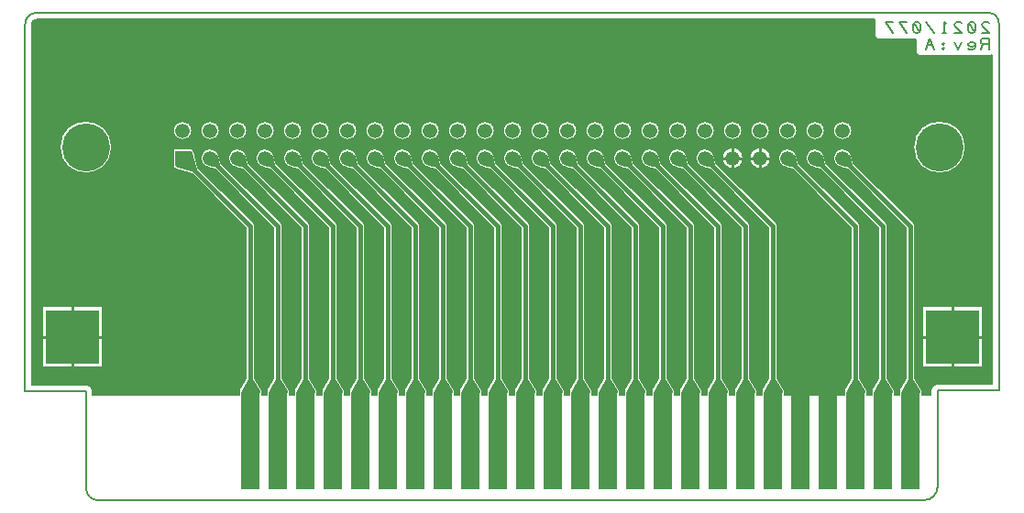
<source format=gbr>
G04 DesignSpark PCB PRO Gerber Version 10.0 Build 5299*
G04 #@! TF.Part,Single*
G04 #@! TF.FileFunction,Copper,L2,Bot*
G04 #@! TF.FilePolarity,Positive*
%FSLAX35Y35*%
%MOIN*%
G04 #@! TA.AperFunction,SMDPad,CuDef*
%ADD94R,0.06693X0.35433*%
G04 #@! TA.AperFunction,ComponentPad*
%ADD120R,0.05250X0.05250*%
G04 #@! TA.AperFunction,TestPad*
%ADD146R,0.19685X0.19685*%
G04 #@! TD.AperFunction*
%ADD23C,0.00500*%
%ADD87C,0.00602*%
%ADD86C,0.01000*%
%ADD89C,0.01500*%
G04 #@! TA.AperFunction,ViaPad*
%ADD92C,0.03200*%
G04 #@! TA.AperFunction,ComponentPad*
%ADD121C,0.05250*%
%ADD122C,0.17400*%
G04 #@! TD.AperFunction*
X0Y0D02*
D02*
D23*
X118998Y186751D02*
Y55610D01*
X138744D01*
G75*
G02*
X141213Y53142I0J-2469D01*
G01*
Y51894D01*
X194313D01*
Y53039D01*
G75*
G02*
Y53048I1867J5D01*
G01*
G75*
G02*
Y53057I1765J5D01*
G01*
G75*
G02*
Y53067I1867J5D01*
G01*
G75*
G02*
Y53076I1765J5D01*
G01*
Y53909D01*
X194557D01*
X196909Y57984D01*
Y112637D01*
X177252Y132294D01*
X171520Y133829D01*
G75*
G02*
X170578Y134524I415J1548D01*
G01*
X170333D01*
Y141480D01*
X177288D01*
Y141234D01*
G75*
G02*
X177983Y140292I-853J-1357D01*
G01*
X179519Y134559D01*
X199643Y114436D01*
G75*
G02*
X200114Y113301I-1131J-1135D01*
G01*
Y57984D01*
X202466Y53909D01*
X202710D01*
Y53076D01*
G75*
G02*
Y53067I-1789J-4D01*
G01*
G75*
G02*
Y53057I-1841J-5D01*
G01*
G75*
G02*
Y53048I-1789J-4D01*
G01*
G75*
G02*
Y53039I-1841J-5D01*
G01*
Y51894D01*
X204313D01*
Y53039D01*
G75*
G02*
Y53048I1867J5D01*
G01*
G75*
G02*
Y53057I1765J5D01*
G01*
G75*
G02*
Y53067I1867J5D01*
G01*
G75*
G02*
Y53076I1765J5D01*
G01*
Y53909D01*
X204557D01*
X206909Y57984D01*
Y112637D01*
X185632Y133914D01*
X182968Y134628D01*
G75*
G02*
X183810Y141480I843J3374D01*
G01*
G75*
G02*
X187184Y138844I0J-3478D01*
G01*
X187898Y136180D01*
X209643Y114436D01*
G75*
G02*
X210114Y113301I-1131J-1135D01*
G01*
Y57984D01*
X212466Y53909D01*
X212710D01*
Y53076D01*
G75*
G02*
Y53067I-1789J-4D01*
G01*
G75*
G02*
Y53057I-1841J-5D01*
G01*
G75*
G02*
Y53048I-1789J-4D01*
G01*
G75*
G02*
Y53039I-1841J-5D01*
G01*
Y51894D01*
X214313D01*
Y53039D01*
G75*
G02*
Y53048I1867J5D01*
G01*
G75*
G02*
Y53057I1765J5D01*
G01*
G75*
G02*
Y53067I1867J5D01*
G01*
G75*
G02*
Y53076I1765J5D01*
G01*
Y53909D01*
X214557D01*
X216909Y57984D01*
Y112637D01*
X195632Y133914D01*
X192968Y134628D01*
G75*
G02*
X193810Y141480I843J3374D01*
G01*
G75*
G02*
X197184Y138844I0J-3478D01*
G01*
X197898Y136180D01*
X219643Y114436D01*
G75*
G02*
X220114Y113301I-1131J-1135D01*
G01*
Y57984D01*
X222466Y53909D01*
X222710D01*
Y53076D01*
G75*
G02*
Y53067I-1789J-4D01*
G01*
G75*
G02*
Y53057I-1841J-5D01*
G01*
G75*
G02*
Y53048I-1789J-4D01*
G01*
G75*
G02*
Y53039I-1841J-5D01*
G01*
Y51894D01*
X224313D01*
Y53039D01*
G75*
G02*
Y53048I1867J5D01*
G01*
G75*
G02*
Y53057I1765J5D01*
G01*
G75*
G02*
Y53067I1867J5D01*
G01*
G75*
G02*
Y53076I1765J5D01*
G01*
Y53909D01*
X224557D01*
X226909Y57984D01*
Y112637D01*
X205632Y133914D01*
X202968Y134628D01*
G75*
G02*
X203810Y141480I843J3374D01*
G01*
G75*
G02*
X207184Y138844I0J-3478D01*
G01*
X207898Y136180D01*
X229643Y114436D01*
G75*
G02*
X230114Y113301I-1131J-1135D01*
G01*
Y57984D01*
X232466Y53909D01*
X232710D01*
Y53076D01*
G75*
G02*
Y53067I-1789J-4D01*
G01*
G75*
G02*
Y53057I-1841J-5D01*
G01*
G75*
G02*
Y53048I-1789J-4D01*
G01*
G75*
G02*
Y53039I-1841J-5D01*
G01*
Y51894D01*
X234313D01*
Y53039D01*
G75*
G02*
Y53048I1867J5D01*
G01*
G75*
G02*
Y53057I1765J5D01*
G01*
G75*
G02*
Y53067I1867J5D01*
G01*
G75*
G02*
Y53076I1765J5D01*
G01*
Y53909D01*
X234557D01*
X236909Y57984D01*
Y112637D01*
X215632Y133914D01*
X212968Y134628D01*
G75*
G02*
X213810Y141480I843J3374D01*
G01*
G75*
G02*
X217184Y138844I0J-3478D01*
G01*
X217898Y136180D01*
X239643Y114436D01*
G75*
G02*
X240114Y113301I-1131J-1135D01*
G01*
Y57984D01*
X242466Y53909D01*
X242710D01*
Y53076D01*
G75*
G02*
Y53067I-1789J-4D01*
G01*
G75*
G02*
Y53057I-1841J-5D01*
G01*
G75*
G02*
Y53048I-1789J-4D01*
G01*
G75*
G02*
Y53039I-1841J-5D01*
G01*
Y51894D01*
X244313D01*
Y53039D01*
G75*
G02*
Y53048I1867J5D01*
G01*
G75*
G02*
Y53057I1765J5D01*
G01*
G75*
G02*
Y53067I1867J5D01*
G01*
G75*
G02*
Y53076I1765J5D01*
G01*
Y53909D01*
X244557D01*
X246909Y57984D01*
Y112637D01*
X225632Y133914D01*
X222968Y134628D01*
G75*
G02*
X223810Y141480I843J3374D01*
G01*
G75*
G02*
X227184Y138844I0J-3478D01*
G01*
X227898Y136180D01*
X249643Y114436D01*
G75*
G02*
X250114Y113301I-1131J-1135D01*
G01*
Y57984D01*
X252466Y53909D01*
X252710D01*
Y53076D01*
G75*
G02*
Y53067I-1789J-4D01*
G01*
G75*
G02*
Y53057I-1841J-5D01*
G01*
G75*
G02*
Y53048I-1789J-4D01*
G01*
G75*
G02*
Y53039I-1841J-5D01*
G01*
Y51894D01*
X254313D01*
Y53039D01*
G75*
G02*
Y53048I1867J5D01*
G01*
G75*
G02*
Y53057I1765J5D01*
G01*
G75*
G02*
Y53067I1867J5D01*
G01*
G75*
G02*
Y53076I1765J5D01*
G01*
Y53909D01*
X254557D01*
X256909Y57984D01*
Y112637D01*
X235632Y133914D01*
X232968Y134628D01*
G75*
G02*
X233810Y141480I843J3374D01*
G01*
G75*
G02*
X237184Y138844I0J-3478D01*
G01*
X237898Y136180D01*
X259643Y114436D01*
G75*
G02*
X260114Y113301I-1131J-1135D01*
G01*
Y57984D01*
X262466Y53909D01*
X262710D01*
Y53076D01*
G75*
G02*
Y53067I-1789J-4D01*
G01*
G75*
G02*
Y53057I-1841J-5D01*
G01*
G75*
G02*
Y53048I-1789J-4D01*
G01*
G75*
G02*
Y53039I-1841J-5D01*
G01*
Y51894D01*
X264313D01*
Y53039D01*
G75*
G02*
Y53048I1867J5D01*
G01*
G75*
G02*
Y53057I1765J5D01*
G01*
G75*
G02*
Y53067I1867J5D01*
G01*
G75*
G02*
Y53076I1765J5D01*
G01*
Y53909D01*
X264557D01*
X266909Y57984D01*
Y112637D01*
X245632Y133914D01*
X242968Y134628D01*
G75*
G02*
X243810Y141480I843J3374D01*
G01*
G75*
G02*
X247184Y138844I0J-3478D01*
G01*
X247898Y136180D01*
X269643Y114436D01*
G75*
G02*
X270114Y113301I-1131J-1135D01*
G01*
Y57984D01*
X272466Y53909D01*
X272710D01*
Y53076D01*
G75*
G02*
Y53067I-1789J-4D01*
G01*
G75*
G02*
Y53057I-1841J-5D01*
G01*
G75*
G02*
Y53048I-1789J-4D01*
G01*
G75*
G02*
Y53039I-1841J-5D01*
G01*
Y51894D01*
X274313D01*
Y53039D01*
G75*
G02*
Y53048I1867J5D01*
G01*
G75*
G02*
Y53057I1765J5D01*
G01*
G75*
G02*
Y53067I1867J5D01*
G01*
G75*
G02*
Y53076I1765J5D01*
G01*
Y53909D01*
X274557D01*
X276909Y57984D01*
Y112637D01*
X255632Y133914D01*
X252968Y134628D01*
G75*
G02*
X253810Y141480I843J3374D01*
G01*
G75*
G02*
X257184Y138844I0J-3478D01*
G01*
X257898Y136180D01*
X279643Y114436D01*
G75*
G02*
X280114Y113301I-1131J-1135D01*
G01*
Y57984D01*
X282466Y53909D01*
X282710D01*
Y53076D01*
G75*
G02*
Y53067I-1789J-4D01*
G01*
G75*
G02*
Y53057I-1841J-5D01*
G01*
G75*
G02*
Y53048I-1789J-4D01*
G01*
G75*
G02*
Y53039I-1841J-5D01*
G01*
Y51894D01*
X284313D01*
Y53039D01*
G75*
G02*
Y53048I1867J5D01*
G01*
G75*
G02*
Y53057I1765J5D01*
G01*
G75*
G02*
Y53067I1867J5D01*
G01*
G75*
G02*
Y53076I1765J5D01*
G01*
Y53909D01*
X284557D01*
X286909Y57984D01*
Y112637D01*
X265632Y133914D01*
X262968Y134628D01*
G75*
G02*
X263810Y141480I843J3374D01*
G01*
G75*
G02*
X267184Y138844I0J-3478D01*
G01*
X267898Y136180D01*
X289643Y114436D01*
G75*
G02*
X290114Y113301I-1131J-1135D01*
G01*
Y57984D01*
X292466Y53909D01*
X292710D01*
Y53076D01*
G75*
G02*
Y53067I-1789J-4D01*
G01*
G75*
G02*
Y53057I-1841J-5D01*
G01*
G75*
G02*
Y53048I-1789J-4D01*
G01*
G75*
G02*
Y53039I-1841J-5D01*
G01*
Y51894D01*
X294313D01*
Y53039D01*
G75*
G02*
Y53048I1867J5D01*
G01*
G75*
G02*
Y53057I1765J5D01*
G01*
G75*
G02*
Y53067I1867J5D01*
G01*
G75*
G02*
Y53076I1765J5D01*
G01*
Y53909D01*
X294557D01*
X296909Y57984D01*
Y112637D01*
X275632Y133914D01*
X272968Y134628D01*
G75*
G02*
X273810Y141480I843J3374D01*
G01*
G75*
G02*
X277184Y138844I0J-3478D01*
G01*
X277898Y136180D01*
X299643Y114436D01*
G75*
G02*
X300114Y113301I-1131J-1135D01*
G01*
Y57984D01*
X302466Y53909D01*
X302710D01*
Y53076D01*
G75*
G02*
Y53067I-1789J-4D01*
G01*
G75*
G02*
Y53057I-1841J-5D01*
G01*
G75*
G02*
Y53048I-1789J-4D01*
G01*
G75*
G02*
Y53039I-1841J-5D01*
G01*
Y51894D01*
X304313D01*
Y53039D01*
G75*
G02*
Y53048I1867J5D01*
G01*
G75*
G02*
Y53057I1765J5D01*
G01*
G75*
G02*
Y53067I1867J5D01*
G01*
G75*
G02*
Y53076I1765J5D01*
G01*
Y53909D01*
X304557D01*
X306909Y57984D01*
Y112637D01*
X285632Y133914D01*
X282968Y134628D01*
G75*
G02*
X283810Y141480I843J3374D01*
G01*
G75*
G02*
X287184Y138844I0J-3478D01*
G01*
X287898Y136180D01*
X309643Y114436D01*
G75*
G02*
X310114Y113301I-1131J-1135D01*
G01*
Y57984D01*
X312466Y53909D01*
X312710D01*
Y53076D01*
G75*
G02*
Y53067I-1789J-4D01*
G01*
G75*
G02*
Y53057I-1841J-5D01*
G01*
G75*
G02*
Y53048I-1789J-4D01*
G01*
G75*
G02*
Y53039I-1841J-5D01*
G01*
Y51894D01*
X314313D01*
Y53039D01*
G75*
G02*
Y53048I1867J5D01*
G01*
G75*
G02*
Y53057I1765J5D01*
G01*
G75*
G02*
Y53067I1867J5D01*
G01*
G75*
G02*
Y53076I1765J5D01*
G01*
Y53909D01*
X314557D01*
X316909Y57984D01*
Y112637D01*
X295632Y133914D01*
X292968Y134628D01*
G75*
G02*
X293810Y141480I843J3374D01*
G01*
G75*
G02*
X297184Y138844I0J-3478D01*
G01*
X297898Y136180D01*
X319643Y114436D01*
G75*
G02*
X320114Y113301I-1131J-1135D01*
G01*
Y57984D01*
X322466Y53909D01*
X322710D01*
Y53076D01*
G75*
G02*
Y53067I-1789J-4D01*
G01*
G75*
G02*
Y53057I-1841J-5D01*
G01*
G75*
G02*
Y53048I-1789J-4D01*
G01*
G75*
G02*
Y53039I-1841J-5D01*
G01*
Y51894D01*
X324313D01*
Y53039D01*
G75*
G02*
Y53048I1867J5D01*
G01*
G75*
G02*
Y53057I1765J5D01*
G01*
G75*
G02*
Y53067I1867J5D01*
G01*
G75*
G02*
Y53076I1765J5D01*
G01*
Y53909D01*
X324557D01*
X326909Y57984D01*
Y112637D01*
X305632Y133914D01*
X302968Y134628D01*
G75*
G02*
X303810Y141480I843J3374D01*
G01*
G75*
G02*
X307184Y138844I0J-3478D01*
G01*
X307898Y136180D01*
X329643Y114436D01*
G75*
G02*
X330114Y113301I-1131J-1135D01*
G01*
Y57984D01*
X332466Y53909D01*
X332710D01*
Y53076D01*
G75*
G02*
Y53067I-1789J-4D01*
G01*
G75*
G02*
Y53057I-1841J-5D01*
G01*
G75*
G02*
Y53048I-1789J-4D01*
G01*
G75*
G02*
Y53039I-1841J-5D01*
G01*
Y51894D01*
X334313D01*
Y53039D01*
G75*
G02*
Y53048I1867J5D01*
G01*
G75*
G02*
Y53057I1765J5D01*
G01*
G75*
G02*
Y53067I1867J5D01*
G01*
G75*
G02*
Y53076I1765J5D01*
G01*
Y53909D01*
X334557D01*
X336909Y57984D01*
Y112637D01*
X315632Y133914D01*
X312968Y134628D01*
G75*
G02*
X313810Y141480I843J3374D01*
G01*
G75*
G02*
X317184Y138844I0J-3478D01*
G01*
X317898Y136180D01*
X339643Y114436D01*
G75*
G02*
X340114Y113301I-1131J-1135D01*
G01*
Y57984D01*
X342466Y53909D01*
X342710D01*
Y53076D01*
G75*
G02*
Y53067I-1789J-4D01*
G01*
G75*
G02*
Y53057I-1841J-5D01*
G01*
G75*
G02*
Y53048I-1789J-4D01*
G01*
G75*
G02*
Y53039I-1841J-5D01*
G01*
Y51894D01*
X344313D01*
Y53039D01*
G75*
G02*
Y53048I1867J5D01*
G01*
G75*
G02*
Y53057I1765J5D01*
G01*
G75*
G02*
Y53067I1867J5D01*
G01*
G75*
G02*
Y53076I1765J5D01*
G01*
Y53909D01*
X344557D01*
X346909Y57984D01*
Y112637D01*
X325632Y133914D01*
X322968Y134628D01*
G75*
G02*
X323810Y141480I843J3374D01*
G01*
G75*
G02*
X327184Y138844I0J-3478D01*
G01*
X327898Y136180D01*
X349643Y114436D01*
G75*
G02*
X350114Y113301I-1131J-1135D01*
G01*
Y57984D01*
X352466Y53909D01*
X352710D01*
Y53076D01*
G75*
G02*
Y53067I-1789J-4D01*
G01*
G75*
G02*
Y53057I-1841J-5D01*
G01*
G75*
G02*
Y53048I-1789J-4D01*
G01*
G75*
G02*
Y53039I-1841J-5D01*
G01*
Y51894D01*
X354313D01*
Y53039D01*
G75*
G02*
Y53048I1867J5D01*
G01*
G75*
G02*
Y53057I1765J5D01*
G01*
G75*
G02*
Y53067I1867J5D01*
G01*
G75*
G02*
Y53076I1765J5D01*
G01*
Y53909D01*
X354557D01*
X356909Y57984D01*
Y112637D01*
X335632Y133914D01*
X332968Y134628D01*
G75*
G02*
X333810Y141480I843J3374D01*
G01*
G75*
G02*
X337184Y138844I0J-3478D01*
G01*
X337898Y136180D01*
X359643Y114436D01*
G75*
G02*
X360114Y113301I-1131J-1135D01*
G01*
Y57984D01*
X362466Y53909D01*
X362710D01*
Y53076D01*
G75*
G02*
Y53067I-1789J-4D01*
G01*
G75*
G02*
Y53057I-1841J-5D01*
G01*
G75*
G02*
Y53048I-1789J-4D01*
G01*
G75*
G02*
Y53039I-1841J-5D01*
G01*
Y51894D01*
X364313D01*
Y53039D01*
G75*
G02*
Y53048I1867J5D01*
G01*
G75*
G02*
Y53057I1765J5D01*
G01*
G75*
G02*
Y53067I1867J5D01*
G01*
G75*
G02*
Y53076I1765J5D01*
G01*
Y53909D01*
X364557D01*
X366909Y57984D01*
Y112637D01*
X345632Y133914D01*
X342968Y134628D01*
G75*
G02*
X343810Y141480I843J3374D01*
G01*
G75*
G02*
X347184Y138844I0J-3478D01*
G01*
X347898Y136180D01*
X369643Y114436D01*
G75*
G02*
X370114Y113301I-1131J-1135D01*
G01*
Y57984D01*
X372466Y53909D01*
X372710D01*
Y53076D01*
G75*
G02*
Y53067I-1789J-4D01*
G01*
G75*
G02*
Y53057I-1841J-5D01*
G01*
G75*
G02*
Y53048I-1789J-4D01*
G01*
G75*
G02*
Y53039I-1841J-5D01*
G01*
Y51894D01*
X374313D01*
Y53039D01*
G75*
G02*
Y53048I1867J5D01*
G01*
G75*
G02*
Y53057I1765J5D01*
G01*
G75*
G02*
Y53067I1867J5D01*
G01*
G75*
G02*
Y53076I1765J5D01*
G01*
Y53909D01*
X374557D01*
X376909Y57984D01*
Y112637D01*
X355632Y133914D01*
X352968Y134628D01*
G75*
G02*
X353810Y141480I843J3374D01*
G01*
G75*
G02*
X357184Y138844I0J-3478D01*
G01*
X357898Y136180D01*
X379643Y114436D01*
G75*
G02*
X380114Y113301I-1131J-1135D01*
G01*
Y57984D01*
X382466Y53909D01*
X382710D01*
Y53076D01*
G75*
G02*
Y53067I-1789J-4D01*
G01*
G75*
G02*
Y53057I-1841J-5D01*
G01*
G75*
G02*
Y53048I-1789J-4D01*
G01*
G75*
G02*
Y53039I-1841J-5D01*
G01*
Y51894D01*
X384313D01*
Y53039D01*
G75*
G02*
Y53048I1867J5D01*
G01*
G75*
G02*
Y53057I1765J5D01*
G01*
G75*
G02*
Y53067I1867J5D01*
G01*
G75*
G02*
Y53076I1765J5D01*
G01*
Y53909D01*
X384557D01*
X386909Y57984D01*
Y112637D01*
X365632Y133914D01*
X362968Y134628D01*
G75*
G02*
X363810Y141480I843J3374D01*
G01*
G75*
G02*
X367184Y138844I0J-3478D01*
G01*
X367898Y136180D01*
X389643Y114436D01*
G75*
G02*
X390114Y113301I-1131J-1135D01*
G01*
Y57984D01*
X392466Y53909D01*
X392710D01*
Y53076D01*
G75*
G02*
Y53067I-1789J-4D01*
G01*
G75*
G02*
Y53057I-1841J-5D01*
G01*
G75*
G02*
Y53048I-1789J-4D01*
G01*
G75*
G02*
Y53039I-1841J-5D01*
G01*
Y51894D01*
X414313D01*
Y53039D01*
G75*
G02*
Y53048I1867J5D01*
G01*
G75*
G02*
Y53057I1765J5D01*
G01*
G75*
G02*
Y53067I1867J5D01*
G01*
G75*
G02*
Y53076I1765J5D01*
G01*
Y53909D01*
X414557D01*
X416909Y57984D01*
Y112637D01*
X395632Y133914D01*
X392968Y134628D01*
G75*
G02*
X393810Y141480I843J3374D01*
G01*
G75*
G02*
X397184Y138844I0J-3478D01*
G01*
X397898Y136180D01*
X419643Y114436D01*
G75*
G02*
X420114Y113301I-1131J-1135D01*
G01*
Y57984D01*
X422466Y53909D01*
X422710D01*
Y53076D01*
G75*
G02*
Y53067I-1789J-4D01*
G01*
G75*
G02*
Y53057I-1841J-5D01*
G01*
G75*
G02*
Y53048I-1789J-4D01*
G01*
G75*
G02*
Y53039I-1841J-5D01*
G01*
Y51894D01*
X424313D01*
Y53039D01*
G75*
G02*
Y53048I1867J5D01*
G01*
G75*
G02*
Y53057I1765J5D01*
G01*
G75*
G02*
Y53067I1867J5D01*
G01*
G75*
G02*
Y53076I1765J5D01*
G01*
Y53909D01*
X424557D01*
X426909Y57984D01*
Y112637D01*
X405632Y133914D01*
X402968Y134628D01*
G75*
G02*
X403810Y141480I843J3374D01*
G01*
G75*
G02*
X407184Y138844I0J-3478D01*
G01*
X407898Y136180D01*
X429643Y114436D01*
G75*
G02*
X430114Y113301I-1131J-1135D01*
G01*
Y57984D01*
X432466Y53909D01*
X432710D01*
Y53076D01*
G75*
G02*
Y53067I-1789J-4D01*
G01*
G75*
G02*
Y53057I-1841J-5D01*
G01*
G75*
G02*
Y53048I-1789J-4D01*
G01*
G75*
G02*
Y53039I-1841J-5D01*
G01*
Y51894D01*
X434313D01*
Y53039D01*
G75*
G02*
Y53048I1867J5D01*
G01*
G75*
G02*
Y53057I1765J5D01*
G01*
G75*
G02*
Y53067I1867J5D01*
G01*
G75*
G02*
Y53076I1765J5D01*
G01*
Y53909D01*
X434557D01*
X436909Y57984D01*
Y112637D01*
X415632Y133914D01*
X412968Y134628D01*
G75*
G02*
X413810Y141480I843J3374D01*
G01*
G75*
G02*
X417184Y138844I0J-3478D01*
G01*
X417898Y136180D01*
X439643Y114436D01*
G75*
G02*
X440114Y113301I-1131J-1135D01*
G01*
Y57984D01*
X442466Y53909D01*
X442710D01*
Y53076D01*
G75*
G02*
Y53067I-1789J-4D01*
G01*
G75*
G02*
Y53057I-1841J-5D01*
G01*
G75*
G02*
Y53048I-1789J-4D01*
G01*
G75*
G02*
Y53039I-1841J-5D01*
G01*
Y51894D01*
X445787D01*
Y53391D01*
G75*
G02*
X448256Y55860I2469J0D01*
G01*
X468127D01*
Y175433D01*
G75*
G02*
X467339Y175153I-788J970D01*
G01*
X441737D01*
G75*
G02*
X440487Y176403I0J1250D01*
G01*
Y181153D01*
X426737D01*
G75*
G02*
X425487Y182403I0J1250D01*
G01*
Y188348D01*
X120594D01*
G75*
G03*
X118998Y186751I0J-1596D01*
G01*
X439458Y142002D02*
G75*
G02*
X458563I9552J0D01*
G01*
G75*
G02*
X439458I-9552J0D01*
G01*
X442596Y84094D02*
X464781D01*
Y61909D01*
X442596D01*
Y84094D01*
X122596D02*
X144781D01*
Y61909D01*
X122596D01*
Y84094D01*
X129058Y142002D02*
G75*
G02*
X148163I9552J0D01*
G01*
G75*
G02*
X129058I-9552J0D01*
G01*
X170333Y148002D02*
G75*
G02*
X177288I3478J0D01*
G01*
G75*
G02*
X170333I-3478J0D01*
G01*
X180333D02*
G75*
G02*
X187288I3478J0D01*
G01*
G75*
G02*
X180333I-3478J0D01*
G01*
X190333D02*
G75*
G02*
X197288I3478J0D01*
G01*
G75*
G02*
X190333I-3478J0D01*
G01*
X200333D02*
G75*
G02*
X207288I3478J0D01*
G01*
G75*
G02*
X200333I-3478J0D01*
G01*
X210333D02*
G75*
G02*
X217288I3478J0D01*
G01*
G75*
G02*
X210333I-3478J0D01*
G01*
X220333D02*
G75*
G02*
X227288I3478J0D01*
G01*
G75*
G02*
X220333I-3478J0D01*
G01*
X230333D02*
G75*
G02*
X237288I3478J0D01*
G01*
G75*
G02*
X230333I-3478J0D01*
G01*
X240333D02*
G75*
G02*
X247288I3478J0D01*
G01*
G75*
G02*
X240333I-3478J0D01*
G01*
X250333D02*
G75*
G02*
X257288I3478J0D01*
G01*
G75*
G02*
X250333I-3478J0D01*
G01*
X260333D02*
G75*
G02*
X267288I3478J0D01*
G01*
G75*
G02*
X260333I-3478J0D01*
G01*
X270333D02*
G75*
G02*
X277288I3478J0D01*
G01*
G75*
G02*
X270333I-3478J0D01*
G01*
X280333D02*
G75*
G02*
X287288I3478J0D01*
G01*
G75*
G02*
X280333I-3478J0D01*
G01*
X290333D02*
G75*
G02*
X297288I3478J0D01*
G01*
G75*
G02*
X290333I-3478J0D01*
G01*
X300333D02*
G75*
G02*
X307288I3478J0D01*
G01*
G75*
G02*
X300333I-3478J0D01*
G01*
X310333D02*
G75*
G02*
X317288I3478J0D01*
G01*
G75*
G02*
X310333I-3478J0D01*
G01*
X320333D02*
G75*
G02*
X327288I3478J0D01*
G01*
G75*
G02*
X320333I-3478J0D01*
G01*
X330333D02*
G75*
G02*
X337288I3478J0D01*
G01*
G75*
G02*
X330333I-3478J0D01*
G01*
X340333D02*
G75*
G02*
X347288I3478J0D01*
G01*
G75*
G02*
X340333I-3478J0D01*
G01*
X350333D02*
G75*
G02*
X357288I3478J0D01*
G01*
G75*
G02*
X350333I-3478J0D01*
G01*
X360333D02*
G75*
G02*
X367288I3478J0D01*
G01*
G75*
G02*
X360333I-3478J0D01*
G01*
X369935Y138002D02*
G75*
G02*
X377685I3875J0D01*
G01*
G75*
G02*
X369935I-3875J0D01*
G01*
X370333Y148002D02*
G75*
G02*
X377288I3478J0D01*
G01*
G75*
G02*
X370333I-3478J0D01*
G01*
X379935Y138002D02*
G75*
G02*
X387685I3875J0D01*
G01*
G75*
G02*
X379935I-3875J0D01*
G01*
X380333Y148002D02*
G75*
G02*
X387288I3478J0D01*
G01*
G75*
G02*
X380333I-3478J0D01*
G01*
X390333D02*
G75*
G02*
X397288I3478J0D01*
G01*
G75*
G02*
X390333I-3478J0D01*
G01*
X400333D02*
G75*
G02*
X407288I3478J0D01*
G01*
G75*
G02*
X400333I-3478J0D01*
G01*
X410333D02*
G75*
G02*
X417288I3478J0D01*
G01*
G75*
G02*
X410333I-3478J0D01*
G01*
X119248Y73002D02*
G36*
X119248Y73002D02*
Y55610D01*
X138744D01*
G75*
G02*
X141213Y53143I0J-2468D01*
G01*
G75*
G02*
Y53142I-3470J0D01*
G01*
Y52144D01*
X194313D01*
Y53039D01*
Y53048D01*
Y53057D01*
Y53067D01*
Y53076D01*
Y53909D01*
X194557D01*
X196909Y57984D01*
Y73002D01*
X144781D01*
Y61909D01*
X122596D01*
Y73002D01*
X119248D01*
G37*
X200114D02*
G36*
X200114Y73002D02*
Y57984D01*
X202466Y53909D01*
X202710D01*
Y53076D01*
Y53067D01*
Y53057D01*
Y53048D01*
Y53039D01*
Y52144D01*
X204313D01*
Y53039D01*
Y53048D01*
Y53057D01*
Y53067D01*
Y53076D01*
Y53909D01*
X204557D01*
X206909Y57984D01*
Y73002D01*
X200114D01*
G37*
X210114D02*
G36*
X210114Y73002D02*
Y57984D01*
X212466Y53909D01*
X212710D01*
Y53076D01*
Y53067D01*
Y53057D01*
Y53048D01*
Y53039D01*
Y52144D01*
X214313D01*
Y53039D01*
Y53048D01*
Y53057D01*
Y53067D01*
Y53076D01*
Y53909D01*
X214557D01*
X216909Y57984D01*
Y73002D01*
X210114D01*
G37*
X220114D02*
G36*
X220114Y73002D02*
Y57984D01*
X222466Y53909D01*
X222710D01*
Y53076D01*
Y53067D01*
Y53057D01*
Y53048D01*
Y53039D01*
Y52144D01*
X224313D01*
Y53039D01*
Y53048D01*
Y53057D01*
Y53067D01*
Y53076D01*
Y53909D01*
X224557D01*
X226909Y57984D01*
Y73002D01*
X220114D01*
G37*
X230114D02*
G36*
X230114Y73002D02*
Y57984D01*
X232466Y53909D01*
X232710D01*
Y53076D01*
Y53067D01*
Y53057D01*
Y53048D01*
Y53039D01*
Y52144D01*
X234313D01*
Y53039D01*
Y53048D01*
Y53057D01*
Y53067D01*
Y53076D01*
Y53909D01*
X234557D01*
X236909Y57984D01*
Y73002D01*
X230114D01*
G37*
X240114D02*
G36*
X240114Y73002D02*
Y57984D01*
X242466Y53909D01*
X242710D01*
Y53076D01*
Y53067D01*
Y53057D01*
Y53048D01*
Y53039D01*
Y52144D01*
X244313D01*
Y53039D01*
Y53048D01*
Y53057D01*
Y53067D01*
Y53076D01*
Y53909D01*
X244557D01*
X246909Y57984D01*
Y73002D01*
X240114D01*
G37*
X250114D02*
G36*
X250114Y73002D02*
Y57984D01*
X252466Y53909D01*
X252710D01*
Y53076D01*
Y53067D01*
Y53057D01*
Y53048D01*
Y53039D01*
Y52144D01*
X254313D01*
Y53039D01*
Y53048D01*
Y53057D01*
Y53067D01*
Y53076D01*
Y53909D01*
X254557D01*
X256909Y57984D01*
Y73002D01*
X250114D01*
G37*
X260114D02*
G36*
X260114Y73002D02*
Y57984D01*
X262466Y53909D01*
X262710D01*
Y53076D01*
Y53067D01*
Y53057D01*
Y53048D01*
Y53039D01*
Y52144D01*
X264313D01*
Y53039D01*
Y53048D01*
Y53057D01*
Y53067D01*
Y53076D01*
Y53909D01*
X264557D01*
X266909Y57984D01*
Y73002D01*
X260114D01*
G37*
X270114D02*
G36*
X270114Y73002D02*
Y57984D01*
X272466Y53909D01*
X272710D01*
Y53076D01*
Y53067D01*
Y53057D01*
Y53048D01*
Y53039D01*
Y52144D01*
X274313D01*
Y53039D01*
Y53048D01*
Y53057D01*
Y53067D01*
Y53076D01*
Y53909D01*
X274557D01*
X276909Y57984D01*
Y73002D01*
X270114D01*
G37*
X280114D02*
G36*
X280114Y73002D02*
Y57984D01*
X282466Y53909D01*
X282710D01*
Y53076D01*
Y53067D01*
Y53057D01*
Y53048D01*
Y53039D01*
Y52144D01*
X284313D01*
Y53039D01*
Y53048D01*
Y53057D01*
Y53067D01*
Y53076D01*
Y53909D01*
X284557D01*
X286909Y57984D01*
Y73002D01*
X280114D01*
G37*
X290114D02*
G36*
X290114Y73002D02*
Y57984D01*
X292466Y53909D01*
X292710D01*
Y53076D01*
Y53067D01*
Y53057D01*
Y53048D01*
Y53039D01*
Y52144D01*
X294313D01*
Y53039D01*
Y53048D01*
Y53057D01*
Y53067D01*
Y53076D01*
Y53909D01*
X294557D01*
X296909Y57984D01*
Y73002D01*
X290114D01*
G37*
X300114D02*
G36*
X300114Y73002D02*
Y57984D01*
X302466Y53909D01*
X302710D01*
Y53076D01*
Y53067D01*
Y53057D01*
Y53048D01*
Y53039D01*
Y52144D01*
X304313D01*
Y53039D01*
Y53048D01*
Y53057D01*
Y53067D01*
Y53076D01*
Y53909D01*
X304557D01*
X306909Y57984D01*
Y73002D01*
X300114D01*
G37*
X310114D02*
G36*
X310114Y73002D02*
Y57984D01*
X312466Y53909D01*
X312710D01*
Y53076D01*
Y53067D01*
Y53057D01*
Y53048D01*
Y53039D01*
Y52144D01*
X314313D01*
Y53039D01*
Y53048D01*
Y53057D01*
Y53067D01*
Y53076D01*
Y53909D01*
X314557D01*
X316909Y57984D01*
Y73002D01*
X310114D01*
G37*
X320114D02*
G36*
X320114Y73002D02*
Y57984D01*
X322466Y53909D01*
X322710D01*
Y53076D01*
Y53067D01*
Y53057D01*
Y53048D01*
Y53039D01*
Y52144D01*
X324313D01*
Y53039D01*
Y53048D01*
Y53057D01*
Y53067D01*
Y53076D01*
Y53909D01*
X324557D01*
X326909Y57984D01*
Y73002D01*
X320114D01*
G37*
X330114D02*
G36*
X330114Y73002D02*
Y57984D01*
X332466Y53909D01*
X332710D01*
Y53076D01*
Y53067D01*
Y53057D01*
Y53048D01*
Y53039D01*
Y52144D01*
X334313D01*
Y53039D01*
Y53048D01*
Y53057D01*
Y53067D01*
Y53076D01*
Y53909D01*
X334557D01*
X336909Y57984D01*
Y73002D01*
X330114D01*
G37*
X340114D02*
G36*
X340114Y73002D02*
Y57984D01*
X342466Y53909D01*
X342710D01*
Y53076D01*
Y53067D01*
Y53057D01*
Y53048D01*
Y53039D01*
Y52144D01*
X344313D01*
Y53039D01*
Y53048D01*
Y53057D01*
Y53067D01*
Y53076D01*
Y53909D01*
X344557D01*
X346909Y57984D01*
Y73002D01*
X340114D01*
G37*
X350114D02*
G36*
X350114Y73002D02*
Y57984D01*
X352466Y53909D01*
X352710D01*
Y53076D01*
Y53067D01*
Y53057D01*
Y53048D01*
Y53039D01*
Y52144D01*
X354313D01*
Y53039D01*
Y53048D01*
Y53057D01*
Y53067D01*
Y53076D01*
Y53909D01*
X354557D01*
X356909Y57984D01*
Y73002D01*
X350114D01*
G37*
X360114D02*
G36*
X360114Y73002D02*
Y57984D01*
X362466Y53909D01*
X362710D01*
Y53076D01*
Y53067D01*
Y53057D01*
Y53048D01*
Y53039D01*
Y52144D01*
X364313D01*
Y53039D01*
Y53048D01*
Y53057D01*
Y53067D01*
Y53076D01*
Y53909D01*
X364557D01*
X366909Y57984D01*
Y73002D01*
X360114D01*
G37*
X370114D02*
G36*
X370114Y73002D02*
Y57984D01*
X372466Y53909D01*
X372710D01*
Y53076D01*
Y53067D01*
Y53057D01*
Y53048D01*
Y53039D01*
Y52144D01*
X374313D01*
Y53039D01*
Y53048D01*
Y53057D01*
Y53067D01*
Y53076D01*
Y53909D01*
X374557D01*
X376909Y57984D01*
Y73002D01*
X370114D01*
G37*
X380114D02*
G36*
X380114Y73002D02*
Y57984D01*
X382466Y53909D01*
X382710D01*
Y53076D01*
Y53067D01*
Y53057D01*
Y53048D01*
Y53039D01*
Y52144D01*
X384313D01*
Y53039D01*
Y53048D01*
Y53057D01*
Y53067D01*
Y53076D01*
Y53909D01*
X384557D01*
X386909Y57984D01*
Y73002D01*
X380114D01*
G37*
X390114D02*
G36*
X390114Y73002D02*
Y57984D01*
X392466Y53909D01*
X392710D01*
Y53076D01*
Y53067D01*
Y53057D01*
Y53048D01*
Y53039D01*
Y52144D01*
X414313D01*
Y53039D01*
Y53048D01*
Y53057D01*
Y53067D01*
Y53076D01*
Y53909D01*
X414557D01*
X416909Y57984D01*
Y73002D01*
X390114D01*
G37*
X420114D02*
G36*
X420114Y73002D02*
Y57984D01*
X422466Y53909D01*
X422710D01*
Y53076D01*
Y53067D01*
Y53057D01*
Y53048D01*
Y53039D01*
Y52144D01*
X424313D01*
Y53039D01*
Y53048D01*
Y53057D01*
Y53067D01*
Y53076D01*
Y53909D01*
X424557D01*
X426909Y57984D01*
Y73002D01*
X420114D01*
G37*
X430114D02*
G36*
X430114Y73002D02*
Y57984D01*
X432466Y53909D01*
X432710D01*
Y53076D01*
Y53067D01*
Y53057D01*
Y53048D01*
Y53039D01*
Y52144D01*
X434313D01*
Y53039D01*
Y53048D01*
Y53057D01*
Y53067D01*
Y53076D01*
Y53909D01*
X434557D01*
X436909Y57984D01*
Y73002D01*
X430114D01*
G37*
X440114D02*
G36*
X440114Y73002D02*
Y57984D01*
X442466Y53909D01*
X442710D01*
Y53076D01*
Y53067D01*
Y53057D01*
Y53048D01*
Y53039D01*
Y52144D01*
X445787D01*
Y53391D01*
G75*
G02*
Y53392I3470J0D01*
G01*
G75*
G02*
X448256Y55860I2469J0D01*
G01*
X467877D01*
Y73002D01*
X464781D01*
Y61909D01*
X442596D01*
Y73002D01*
X440114D01*
G37*
X119248Y138002D02*
G36*
X119248Y138002D02*
Y73002D01*
X122596D01*
Y84094D01*
X144781D01*
Y73002D01*
X196909D01*
Y112637D01*
X177252Y132294D01*
X171520Y133829D01*
G75*
G02*
X170578Y134524I415J1548D01*
G01*
X170333D01*
Y138002D01*
X147285D01*
G75*
G02*
X129936I-8674J4000D01*
G01*
X119248D01*
G37*
X178596D02*
G36*
X178596Y138002D02*
X179519Y134559D01*
X199643Y114436D01*
G75*
G02*
X200114Y113301I-1130J-1135D01*
G01*
Y113301D01*
Y73002D01*
X206909D01*
Y112637D01*
X185632Y133914D01*
X182968Y134628D01*
G75*
G02*
X180333Y138002I843J3374D01*
G01*
X178596D01*
G37*
X187410D02*
G36*
X187410Y138002D02*
X187898Y136180D01*
X209643Y114436D01*
G75*
G02*
X210114Y113301I-1130J-1135D01*
G01*
Y113301D01*
Y73002D01*
X216909D01*
Y112637D01*
X195632Y133914D01*
X192968Y134628D01*
G75*
G02*
X190333Y138002I843J3374D01*
G01*
X187410D01*
G37*
X197410D02*
G36*
X197410Y138002D02*
X197898Y136180D01*
X219643Y114436D01*
G75*
G02*
X220114Y113301I-1130J-1135D01*
G01*
Y113301D01*
Y73002D01*
X226909D01*
Y112637D01*
X205632Y133914D01*
X202968Y134628D01*
G75*
G02*
X200333Y138002I843J3374D01*
G01*
X197410D01*
G37*
X207410D02*
G36*
X207410Y138002D02*
X207898Y136180D01*
X229643Y114436D01*
G75*
G02*
X230114Y113301I-1130J-1135D01*
G01*
Y113301D01*
Y73002D01*
X236909D01*
Y112637D01*
X215632Y133914D01*
X212968Y134628D01*
G75*
G02*
X210333Y138002I843J3374D01*
G01*
X207410D01*
G37*
X217410D02*
G36*
X217410Y138002D02*
X217898Y136180D01*
X239643Y114436D01*
G75*
G02*
X240114Y113301I-1130J-1135D01*
G01*
Y113301D01*
Y73002D01*
X246909D01*
Y112637D01*
X225632Y133914D01*
X222968Y134628D01*
G75*
G02*
X220333Y138002I843J3374D01*
G01*
X217410D01*
G37*
X227410D02*
G36*
X227410Y138002D02*
X227898Y136180D01*
X249643Y114436D01*
G75*
G02*
X250114Y113301I-1130J-1135D01*
G01*
Y113301D01*
Y73002D01*
X256909D01*
Y112637D01*
X235632Y133914D01*
X232968Y134628D01*
G75*
G02*
X230333Y138002I843J3374D01*
G01*
X227410D01*
G37*
X237410D02*
G36*
X237410Y138002D02*
X237898Y136180D01*
X259643Y114436D01*
G75*
G02*
X260114Y113301I-1130J-1135D01*
G01*
Y113301D01*
Y73002D01*
X266909D01*
Y112637D01*
X245632Y133914D01*
X242968Y134628D01*
G75*
G02*
X240333Y138002I843J3374D01*
G01*
X237410D01*
G37*
X247410D02*
G36*
X247410Y138002D02*
X247898Y136180D01*
X269643Y114436D01*
G75*
G02*
X270114Y113301I-1130J-1135D01*
G01*
Y113301D01*
Y73002D01*
X276909D01*
Y112637D01*
X255632Y133914D01*
X252968Y134628D01*
G75*
G02*
X250333Y138002I843J3374D01*
G01*
X247410D01*
G37*
X257410D02*
G36*
X257410Y138002D02*
X257898Y136180D01*
X279643Y114436D01*
G75*
G02*
X280114Y113301I-1130J-1135D01*
G01*
Y113301D01*
Y73002D01*
X286909D01*
Y112637D01*
X265632Y133914D01*
X262968Y134628D01*
G75*
G02*
X260333Y138002I843J3374D01*
G01*
X257410D01*
G37*
X267410D02*
G36*
X267410Y138002D02*
X267898Y136180D01*
X289643Y114436D01*
G75*
G02*
X290114Y113301I-1130J-1135D01*
G01*
Y113301D01*
Y73002D01*
X296909D01*
Y112637D01*
X275632Y133914D01*
X272968Y134628D01*
G75*
G02*
X270333Y138002I843J3374D01*
G01*
X267410D01*
G37*
X277410D02*
G36*
X277410Y138002D02*
X277898Y136180D01*
X299643Y114436D01*
G75*
G02*
X300114Y113301I-1130J-1135D01*
G01*
Y113301D01*
Y73002D01*
X306909D01*
Y112637D01*
X285632Y133914D01*
X282968Y134628D01*
G75*
G02*
X280333Y138002I843J3374D01*
G01*
X277410D01*
G37*
X287410D02*
G36*
X287410Y138002D02*
X287898Y136180D01*
X309643Y114436D01*
G75*
G02*
X310114Y113301I-1130J-1135D01*
G01*
Y113301D01*
Y73002D01*
X316909D01*
Y112637D01*
X295632Y133914D01*
X292968Y134628D01*
G75*
G02*
X290333Y138002I843J3374D01*
G01*
X287410D01*
G37*
X297410D02*
G36*
X297410Y138002D02*
X297898Y136180D01*
X319643Y114436D01*
G75*
G02*
X320114Y113301I-1130J-1135D01*
G01*
Y113301D01*
Y73002D01*
X326909D01*
Y112637D01*
X305632Y133914D01*
X302968Y134628D01*
G75*
G02*
X300333Y138002I843J3374D01*
G01*
X297410D01*
G37*
X307410D02*
G36*
X307410Y138002D02*
X307898Y136180D01*
X329643Y114436D01*
G75*
G02*
X330114Y113301I-1130J-1135D01*
G01*
Y113301D01*
Y73002D01*
X336909D01*
Y112637D01*
X315632Y133914D01*
X312968Y134628D01*
G75*
G02*
X310333Y138002I843J3374D01*
G01*
X307410D01*
G37*
X317410D02*
G36*
X317410Y138002D02*
X317898Y136180D01*
X339643Y114436D01*
G75*
G02*
X340114Y113301I-1130J-1135D01*
G01*
Y113301D01*
Y73002D01*
X346909D01*
Y112637D01*
X325632Y133914D01*
X322968Y134628D01*
G75*
G02*
X320333Y138002I843J3374D01*
G01*
X317410D01*
G37*
X327410D02*
G36*
X327410Y138002D02*
X327898Y136180D01*
X349643Y114436D01*
G75*
G02*
X350114Y113301I-1130J-1135D01*
G01*
Y113301D01*
Y73002D01*
X356909D01*
Y112637D01*
X335632Y133914D01*
X332968Y134628D01*
G75*
G02*
X330333Y138002I843J3374D01*
G01*
X327410D01*
G37*
X337410D02*
G36*
X337410Y138002D02*
X337898Y136180D01*
X359643Y114436D01*
G75*
G02*
X360114Y113301I-1130J-1135D01*
G01*
Y113301D01*
Y73002D01*
X366909D01*
Y112637D01*
X345632Y133914D01*
X342968Y134628D01*
G75*
G02*
X340333Y138002I843J3374D01*
G01*
X337410D01*
G37*
X347410D02*
G36*
X347410Y138002D02*
X347898Y136180D01*
X369643Y114436D01*
G75*
G02*
X370114Y113301I-1130J-1135D01*
G01*
Y113301D01*
Y73002D01*
X376909D01*
Y112637D01*
X355632Y133914D01*
X352968Y134628D01*
G75*
G02*
X350333Y138002I843J3374D01*
G01*
X347410D01*
G37*
X357410D02*
G36*
X357410Y138002D02*
X357898Y136180D01*
X379643Y114436D01*
G75*
G02*
X380114Y113301I-1130J-1135D01*
G01*
Y113301D01*
Y73002D01*
X386909D01*
Y112637D01*
X365632Y133914D01*
X362968Y134628D01*
G75*
G02*
X360333Y138002I843J3374D01*
G01*
X357410D01*
G37*
X367410D02*
G36*
X367410Y138002D02*
X367898Y136180D01*
X389643Y114436D01*
G75*
G02*
X390114Y113301I-1130J-1135D01*
G01*
Y113301D01*
Y73002D01*
X416909D01*
Y112637D01*
X395632Y133914D01*
X392968Y134628D01*
G75*
G02*
X390333Y138002I843J3374D01*
G01*
X387685D01*
G75*
G02*
X379935I-3875J0D01*
G01*
X377685D01*
G75*
G02*
X369935I-3875J0D01*
G01*
X367410D01*
G37*
X397410D02*
G36*
X397410Y138002D02*
X397898Y136180D01*
X419643Y114436D01*
G75*
G02*
X420114Y113301I-1130J-1135D01*
G01*
Y113301D01*
Y73002D01*
X426909D01*
Y112637D01*
X405632Y133914D01*
X402968Y134628D01*
G75*
G02*
X400333Y138002I843J3374D01*
G01*
X397410D01*
G37*
X407410D02*
G36*
X407410Y138002D02*
X407898Y136180D01*
X429643Y114436D01*
G75*
G02*
X430114Y113301I-1130J-1135D01*
G01*
Y113301D01*
Y73002D01*
X436909D01*
Y112637D01*
X415632Y133914D01*
X412968Y134628D01*
G75*
G02*
X410333Y138002I843J3374D01*
G01*
X407410D01*
G37*
X417410D02*
G36*
X417410Y138002D02*
X417898Y136180D01*
X439643Y114436D01*
G75*
G02*
X440114Y113301I-1130J-1135D01*
G01*
Y113301D01*
Y73002D01*
X442596D01*
Y84094D01*
X464781D01*
Y73002D01*
X467877D01*
Y138002D01*
X457685D01*
G75*
G02*
X440336I-8674J4000D01*
G01*
X417410D01*
G37*
X119248Y142002D02*
G36*
X119248Y142002D02*
Y138002D01*
X129936D01*
G75*
G02*
X129058Y142002I8675J4000D01*
G01*
X119248D01*
G37*
X148163D02*
G36*
X148163Y142002D02*
G75*
G02*
X147285Y138002I-9553J0D01*
G01*
X170333D01*
Y141480D01*
X177288D01*
Y141234D01*
G75*
G02*
X177983Y140292I-853J-1357D01*
G01*
X178596Y138002D01*
X180333D01*
G75*
G02*
X183810Y141480I3478J0D01*
G01*
G75*
G02*
X187184Y138844I0J-3477D01*
G01*
X187410Y138002D01*
X190333D01*
G75*
G02*
X193810Y141480I3478J0D01*
G01*
G75*
G02*
X197184Y138844I0J-3477D01*
G01*
X197410Y138002D01*
X200333D01*
G75*
G02*
X203810Y141480I3478J0D01*
G01*
G75*
G02*
X207184Y138844I0J-3477D01*
G01*
X207410Y138002D01*
X210333D01*
G75*
G02*
X213810Y141480I3478J0D01*
G01*
G75*
G02*
X217184Y138844I0J-3477D01*
G01*
X217410Y138002D01*
X220333D01*
G75*
G02*
X223810Y141480I3478J0D01*
G01*
G75*
G02*
X227184Y138844I0J-3477D01*
G01*
X227410Y138002D01*
X230333D01*
G75*
G02*
X233810Y141480I3478J0D01*
G01*
G75*
G02*
X237184Y138844I0J-3477D01*
G01*
X237410Y138002D01*
X240333D01*
G75*
G02*
X243810Y141480I3478J0D01*
G01*
G75*
G02*
X247184Y138844I0J-3477D01*
G01*
X247410Y138002D01*
X250333D01*
G75*
G02*
X253810Y141480I3478J0D01*
G01*
G75*
G02*
X257184Y138844I0J-3477D01*
G01*
X257410Y138002D01*
X260333D01*
G75*
G02*
X263810Y141480I3478J0D01*
G01*
G75*
G02*
X267184Y138844I0J-3477D01*
G01*
X267410Y138002D01*
X270333D01*
G75*
G02*
X273810Y141480I3478J0D01*
G01*
G75*
G02*
X277184Y138844I0J-3477D01*
G01*
X277410Y138002D01*
X280333D01*
G75*
G02*
X283810Y141480I3478J0D01*
G01*
G75*
G02*
X287184Y138844I0J-3477D01*
G01*
X287410Y138002D01*
X290333D01*
G75*
G02*
X293810Y141480I3478J0D01*
G01*
G75*
G02*
X297184Y138844I0J-3477D01*
G01*
X297410Y138002D01*
X300333D01*
G75*
G02*
X303810Y141480I3478J0D01*
G01*
G75*
G02*
X307184Y138844I0J-3477D01*
G01*
X307410Y138002D01*
X310333D01*
G75*
G02*
X313810Y141480I3478J0D01*
G01*
G75*
G02*
X317184Y138844I0J-3477D01*
G01*
X317410Y138002D01*
X320333D01*
G75*
G02*
X323810Y141480I3478J0D01*
G01*
G75*
G02*
X327184Y138844I0J-3477D01*
G01*
X327410Y138002D01*
X330333D01*
G75*
G02*
X333810Y141480I3478J0D01*
G01*
G75*
G02*
X337184Y138844I0J-3477D01*
G01*
X337410Y138002D01*
X340333D01*
G75*
G02*
X343810Y141480I3478J0D01*
G01*
G75*
G02*
X347184Y138844I0J-3477D01*
G01*
X347410Y138002D01*
X350333D01*
G75*
G02*
X353810Y141480I3478J0D01*
G01*
G75*
G02*
X357184Y138844I0J-3477D01*
G01*
X357410Y138002D01*
X360333D01*
G75*
G02*
X363810Y141480I3478J0D01*
G01*
G75*
G02*
X367184Y138844I0J-3477D01*
G01*
X367410Y138002D01*
X369935D01*
G75*
G02*
X377685I3875J0D01*
G01*
X379935D01*
G75*
G02*
X387685I3875J0D01*
G01*
X390333D01*
G75*
G02*
X393810Y141480I3478J0D01*
G01*
G75*
G02*
X397184Y138844I0J-3477D01*
G01*
X397410Y138002D01*
X400333D01*
G75*
G02*
X403810Y141480I3478J0D01*
G01*
G75*
G02*
X407184Y138844I0J-3477D01*
G01*
X407410Y138002D01*
X410333D01*
G75*
G02*
X413810Y141480I3478J0D01*
G01*
G75*
G02*
X417184Y138844I0J-3477D01*
G01*
X417410Y138002D01*
X440336D01*
G75*
G02*
X439458Y142002I8675J4000D01*
G01*
X148163D01*
G37*
X458563D02*
G36*
X458563Y142002D02*
G75*
G02*
X457685Y138002I-9553J0D01*
G01*
X467877D01*
Y142002D01*
X458563D01*
G37*
X119248Y148002D02*
G36*
X119248Y148002D02*
Y142002D01*
X129058D01*
G75*
G02*
X131177Y148002I9552J0D01*
G01*
X119248D01*
G37*
X146043D02*
G36*
X146043Y148002D02*
G75*
G02*
X148163Y142002I-7433J-6000D01*
G01*
X439458D01*
G75*
G02*
X441577Y148002I9552J0D01*
G01*
X417288D01*
G75*
G02*
X410333I-3478J0D01*
G01*
X407288D01*
G75*
G02*
X400333I-3478J0D01*
G01*
X397288D01*
G75*
G02*
X390333I-3478J0D01*
G01*
X387288D01*
G75*
G02*
X380333I-3478J0D01*
G01*
X377288D01*
G75*
G02*
X370333I-3478J0D01*
G01*
X367288D01*
G75*
G02*
X360333I-3478J0D01*
G01*
X357288D01*
G75*
G02*
X350333I-3478J0D01*
G01*
X347288D01*
G75*
G02*
X340333I-3478J0D01*
G01*
X337288D01*
G75*
G02*
X330333I-3478J0D01*
G01*
X327288D01*
G75*
G02*
X320333I-3478J0D01*
G01*
X317288D01*
G75*
G02*
X310333I-3478J0D01*
G01*
X307288D01*
G75*
G02*
X300333I-3478J0D01*
G01*
X297288D01*
G75*
G02*
X290333I-3478J0D01*
G01*
X287288D01*
G75*
G02*
X280333I-3478J0D01*
G01*
X277288D01*
G75*
G02*
X270333I-3478J0D01*
G01*
X267288D01*
G75*
G02*
X260333I-3478J0D01*
G01*
X257288D01*
G75*
G02*
X250333I-3478J0D01*
G01*
X247288D01*
G75*
G02*
X240333I-3478J0D01*
G01*
X237288D01*
G75*
G02*
X230333I-3478J0D01*
G01*
X227288D01*
G75*
G02*
X220333I-3478J0D01*
G01*
X217288D01*
G75*
G02*
X210333I-3478J0D01*
G01*
X207288D01*
G75*
G02*
X200333I-3478J0D01*
G01*
X197288D01*
G75*
G02*
X190333I-3478J0D01*
G01*
X187288D01*
G75*
G02*
X180333I-3478J0D01*
G01*
X177288D01*
G75*
G02*
X170333I-3478J0D01*
G01*
X146043D01*
G37*
X456443D02*
G36*
X456443Y148002D02*
G75*
G02*
X458563Y142002I-7433J-6000D01*
G01*
X467877D01*
Y148002D01*
X456443D01*
G37*
X119248Y187609D02*
G36*
X119248Y187609D02*
Y148002D01*
X131177D01*
G75*
G02*
X146043I7433J-6000D01*
G01*
X170333D01*
G75*
G02*
X177288I3478J0D01*
G01*
X180333D01*
G75*
G02*
X187288I3478J0D01*
G01*
X190333D01*
G75*
G02*
X197288I3478J0D01*
G01*
X200333D01*
G75*
G02*
X207288I3478J0D01*
G01*
X210333D01*
G75*
G02*
X217288I3478J0D01*
G01*
X220333D01*
G75*
G02*
X227288I3478J0D01*
G01*
X230333D01*
G75*
G02*
X237288I3478J0D01*
G01*
X240333D01*
G75*
G02*
X247288I3478J0D01*
G01*
X250333D01*
G75*
G02*
X257288I3478J0D01*
G01*
X260333D01*
G75*
G02*
X267288I3478J0D01*
G01*
X270333D01*
G75*
G02*
X277288I3478J0D01*
G01*
X280333D01*
G75*
G02*
X287288I3478J0D01*
G01*
X290333D01*
G75*
G02*
X297288I3478J0D01*
G01*
X300333D01*
G75*
G02*
X307288I3478J0D01*
G01*
X310333D01*
G75*
G02*
X317288I3478J0D01*
G01*
X320333D01*
G75*
G02*
X327288I3478J0D01*
G01*
X330333D01*
G75*
G02*
X337288I3478J0D01*
G01*
X340333D01*
G75*
G02*
X347288I3478J0D01*
G01*
X350333D01*
G75*
G02*
X357288I3478J0D01*
G01*
X360333D01*
G75*
G02*
X367288I3478J0D01*
G01*
X370333D01*
G75*
G02*
X377288I3478J0D01*
G01*
X380333D01*
G75*
G02*
X387288I3478J0D01*
G01*
X390333D01*
G75*
G02*
X397288I3478J0D01*
G01*
X400333D01*
G75*
G02*
X407288I3478J0D01*
G01*
X410333D01*
G75*
G02*
X417288I3478J0D01*
G01*
X441577D01*
G75*
G02*
X456443I7433J-6000D01*
G01*
X467877D01*
Y175275D01*
G75*
G02*
X467339Y175153I-539J1128D01*
G01*
X441737D01*
G75*
G02*
X440487Y176403I0J1250D01*
G01*
Y181153D01*
X426737D01*
G75*
G02*
X425487Y182403I0J1250D01*
G01*
Y188098D01*
X119737D01*
G75*
G03*
X119248Y187609I858J-1347D01*
G01*
G37*
X142863Y13541D02*
X443513D01*
G75*
G03*
X448256Y18283I0J4743D01*
G01*
Y53391D01*
X470596D01*
Y187243D01*
G75*
G03*
X467023Y190816I-3573J0D01*
G01*
X120594D01*
G75*
G03*
X116529Y186751I0J-4065D01*
G01*
Y53142D01*
X138744D01*
Y17659D01*
G75*
G03*
X142863Y13541I4119J0D01*
G01*
D02*
D86*
X124346Y73002D02*
X122346D01*
X133689Y63659D02*
Y61659D01*
Y82344D02*
Y84344D01*
X143031Y73002D02*
X145031D01*
X371685Y138002D02*
X369685D01*
X373810Y135877D02*
Y133877D01*
Y140127D02*
Y142127D01*
X375935Y138002D02*
X377935D01*
X381685D02*
X379685D01*
X383810Y135877D02*
Y133877D01*
Y140127D02*
Y142127D01*
X385935Y138002D02*
X387935D01*
X444346Y73002D02*
X442346D01*
X453689Y63659D02*
Y61659D01*
Y82344D02*
Y84344D01*
X463031Y73002D02*
X465031D01*
D02*
D87*
X464538Y183641D02*
X467038D01*
X464850Y185829D01*
X464538Y186454D01*
X464850Y187079D01*
X465475Y187391D01*
X466413D01*
X467038Y187079D01*
X461725Y183954D02*
X461100Y183641D01*
X460475D01*
X459850Y183954D01*
X459538Y184579D01*
Y186454D01*
X459850Y187079D01*
X460475Y187391D01*
X461100D01*
X461725Y187079D01*
X462038Y186454D01*
Y184579D01*
X461725Y183954D01*
X459850Y187079D01*
X454538Y183641D02*
X457038D01*
X454850Y185829D01*
X454538Y186454D01*
X454850Y187079D01*
X455475Y187391D01*
X456413D01*
X457038Y187079D01*
X451413Y183641D02*
X450163D01*
X450788D02*
Y187391D01*
X451413Y186767D01*
X447038Y183641D02*
X443913Y187391D01*
X441725Y183954D02*
X441100Y183641D01*
X440475D01*
X439850Y183954D01*
X439538Y184579D01*
Y186454D01*
X439850Y187079D01*
X440475Y187391D01*
X441100D01*
X441725Y187079D01*
X442038Y186454D01*
Y184579D01*
X441725Y183954D01*
X439850Y187079D01*
X437038Y183641D02*
X434538Y187391D01*
X437038D01*
X432038Y183641D02*
X429538Y187391D01*
X432038D01*
X467038Y177641D02*
Y181391D01*
X464850D01*
X464225Y181079D01*
X463913Y180454D01*
X464225Y179829D01*
X464850Y179517D01*
X467038D01*
X464850D02*
X463913Y177641D01*
X459538Y177954D02*
X459850Y177641D01*
X460475D01*
X461100D01*
X461725Y177954D01*
X462038Y178579D01*
Y179517D01*
X461725Y179829D01*
X461100Y180141D01*
X460475D01*
X459850Y179829D01*
X459538Y179517D01*
Y179204D01*
X459850Y178891D01*
X460475Y178579D01*
X461100D01*
X461725Y178891D01*
X462038Y179204D01*
X457038Y180141D02*
X455788Y177641D01*
X454538Y180141D01*
X450475Y177641D02*
X450163Y177954D01*
X450475Y178267D01*
X450788Y177954D01*
X450475Y177641D01*
Y179204D02*
X450163Y179517D01*
X450475Y179829D01*
X450788Y179517D01*
X450475Y179204D01*
X447038Y177641D02*
X445475Y181391D01*
X443913Y177641D01*
X446413Y179204D02*
X444538D01*
D02*
D89*
X178082Y133730D02*
X176435Y139877D01*
X171935Y135377D01*
X178082Y133730D01*
G36*
X178082Y133730D02*
X176435Y139877D01*
X171935Y135377D01*
X178082Y133730D01*
G37*
X183810Y138002D02*
X208511Y113301D01*
Y35341D01*
X186461Y135351D02*
X183325Y136191D01*
G75*
G03*
X185621Y138487I485J1811D01*
G01*
X186461Y135351D01*
G36*
X186461Y135351D02*
X183325Y136191D01*
G75*
G03*
X185621Y138487I485J1811D01*
G01*
X186461Y135351D01*
G37*
X193810Y138002D02*
X218511Y113301D01*
Y35341D01*
X196461Y135351D02*
X193325Y136191D01*
G75*
G03*
X195621Y138487I485J1811D01*
G01*
X196461Y135351D01*
G36*
X196461Y135351D02*
X193325Y136191D01*
G75*
G03*
X195621Y138487I485J1811D01*
G01*
X196461Y135351D01*
G37*
X198511Y35341D02*
Y113301D01*
X173810Y138002D01*
X198511Y57554D02*
X195915Y53057D01*
X201108D01*
X198511Y57554D01*
G36*
X198511Y57554D02*
X195915Y53057D01*
X201108D01*
X198511Y57554D01*
G37*
X203810Y138002D02*
X228511Y113301D01*
Y35341D01*
X206461Y135351D02*
X203325Y136191D01*
G75*
G03*
X205621Y138487I485J1811D01*
G01*
X206461Y135351D01*
G36*
X206461Y135351D02*
X203325Y136191D01*
G75*
G03*
X205621Y138487I485J1811D01*
G01*
X206461Y135351D01*
G37*
X208511Y57554D02*
X205915Y53057D01*
X211108D01*
X208511Y57554D01*
G36*
X208511Y57554D02*
X205915Y53057D01*
X211108D01*
X208511Y57554D01*
G37*
X213810Y138002D02*
X238511Y113301D01*
Y35341D01*
X216461Y135351D02*
X213325Y136191D01*
G75*
G03*
X215621Y138487I485J1811D01*
G01*
X216461Y135351D01*
G36*
X216461Y135351D02*
X213325Y136191D01*
G75*
G03*
X215621Y138487I485J1811D01*
G01*
X216461Y135351D01*
G37*
X218511Y57554D02*
X215915Y53057D01*
X221108D01*
X218511Y57554D01*
G36*
X218511Y57554D02*
X215915Y53057D01*
X221108D01*
X218511Y57554D01*
G37*
X226461Y135351D02*
X223325Y136191D01*
G75*
G03*
X225621Y138487I485J1811D01*
G01*
X226461Y135351D01*
G36*
X226461Y135351D02*
X223325Y136191D01*
G75*
G03*
X225621Y138487I485J1811D01*
G01*
X226461Y135351D01*
G37*
X228511Y57554D02*
X225915Y53057D01*
X231108D01*
X228511Y57554D01*
G36*
X228511Y57554D02*
X225915Y53057D01*
X231108D01*
X228511Y57554D01*
G37*
X236461Y135351D02*
X233325Y136191D01*
G75*
G03*
X235621Y138487I485J1811D01*
G01*
X236461Y135351D01*
G36*
X236461Y135351D02*
X233325Y136191D01*
G75*
G03*
X235621Y138487I485J1811D01*
G01*
X236461Y135351D01*
G37*
X238511Y57554D02*
X235915Y53057D01*
X241108D01*
X238511Y57554D01*
G36*
X238511Y57554D02*
X235915Y53057D01*
X241108D01*
X238511Y57554D01*
G37*
X243810Y138002D02*
X268511Y113301D01*
Y35341D01*
X246461Y135351D02*
X243325Y136191D01*
G75*
G03*
X245621Y138487I485J1811D01*
G01*
X246461Y135351D01*
G36*
X246461Y135351D02*
X243325Y136191D01*
G75*
G03*
X245621Y138487I485J1811D01*
G01*
X246461Y135351D01*
G37*
X248511Y35341D02*
Y113301D01*
X223810Y138002D01*
X248511Y57554D02*
X245915Y53057D01*
X251108D01*
X248511Y57554D01*
G36*
X248511Y57554D02*
X245915Y53057D01*
X251108D01*
X248511Y57554D01*
G37*
X253810Y138002D02*
X278511Y113301D01*
Y35341D01*
X256461Y135351D02*
X253325Y136191D01*
G75*
G03*
X255621Y138487I485J1811D01*
G01*
X256461Y135351D01*
G36*
X256461Y135351D02*
X253325Y136191D01*
G75*
G03*
X255621Y138487I485J1811D01*
G01*
X256461Y135351D01*
G37*
X258511Y35341D02*
Y113301D01*
X233810Y138002D01*
X258511Y57554D02*
X255915Y53057D01*
X261108D01*
X258511Y57554D01*
G36*
X258511Y57554D02*
X255915Y53057D01*
X261108D01*
X258511Y57554D01*
G37*
X263810Y138002D02*
X288511Y113301D01*
Y35341D01*
X266461Y135351D02*
X263325Y136191D01*
G75*
G03*
X265621Y138487I485J1811D01*
G01*
X266461Y135351D01*
G36*
X266461Y135351D02*
X263325Y136191D01*
G75*
G03*
X265621Y138487I485J1811D01*
G01*
X266461Y135351D01*
G37*
X268511Y57554D02*
X265915Y53057D01*
X271108D01*
X268511Y57554D01*
G36*
X268511Y57554D02*
X265915Y53057D01*
X271108D01*
X268511Y57554D01*
G37*
X273810Y138002D02*
X298511Y113301D01*
Y35341D01*
X276461Y135351D02*
X273325Y136191D01*
G75*
G03*
X275621Y138487I485J1811D01*
G01*
X276461Y135351D01*
G36*
X276461Y135351D02*
X273325Y136191D01*
G75*
G03*
X275621Y138487I485J1811D01*
G01*
X276461Y135351D01*
G37*
X278511Y57554D02*
X275915Y53057D01*
X281108D01*
X278511Y57554D01*
G36*
X278511Y57554D02*
X275915Y53057D01*
X281108D01*
X278511Y57554D01*
G37*
X283810Y138002D02*
X308511Y113301D01*
Y35341D01*
X286461Y135351D02*
X283325Y136191D01*
G75*
G03*
X285621Y138487I485J1811D01*
G01*
X286461Y135351D01*
G36*
X286461Y135351D02*
X283325Y136191D01*
G75*
G03*
X285621Y138487I485J1811D01*
G01*
X286461Y135351D01*
G37*
X288511Y57554D02*
X285915Y53057D01*
X291108D01*
X288511Y57554D01*
G36*
X288511Y57554D02*
X285915Y53057D01*
X291108D01*
X288511Y57554D01*
G37*
X293810Y138002D02*
X318511Y113301D01*
Y35341D01*
X296461Y135351D02*
X293325Y136191D01*
G75*
G03*
X295621Y138487I485J1811D01*
G01*
X296461Y135351D01*
G36*
X296461Y135351D02*
X293325Y136191D01*
G75*
G03*
X295621Y138487I485J1811D01*
G01*
X296461Y135351D01*
G37*
X298511Y57554D02*
X295915Y53057D01*
X301108D01*
X298511Y57554D01*
G36*
X298511Y57554D02*
X295915Y53057D01*
X301108D01*
X298511Y57554D01*
G37*
X303810Y138002D02*
X328511Y113301D01*
Y35341D01*
X306461Y135351D02*
X303325Y136191D01*
G75*
G03*
X305621Y138487I485J1811D01*
G01*
X306461Y135351D01*
G36*
X306461Y135351D02*
X303325Y136191D01*
G75*
G03*
X305621Y138487I485J1811D01*
G01*
X306461Y135351D01*
G37*
X308511Y57554D02*
X305915Y53057D01*
X311108D01*
X308511Y57554D01*
G36*
X308511Y57554D02*
X305915Y53057D01*
X311108D01*
X308511Y57554D01*
G37*
X313810Y138002D02*
X338511Y113301D01*
Y35341D01*
X316461Y135351D02*
X313325Y136191D01*
G75*
G03*
X315621Y138487I485J1811D01*
G01*
X316461Y135351D01*
G36*
X316461Y135351D02*
X313325Y136191D01*
G75*
G03*
X315621Y138487I485J1811D01*
G01*
X316461Y135351D01*
G37*
X318511Y57554D02*
X315915Y53057D01*
X321108D01*
X318511Y57554D01*
G36*
X318511Y57554D02*
X315915Y53057D01*
X321108D01*
X318511Y57554D01*
G37*
X323810Y138002D02*
X348511Y113301D01*
Y35341D01*
X326461Y135351D02*
X323325Y136191D01*
G75*
G03*
X325621Y138487I485J1811D01*
G01*
X326461Y135351D01*
G36*
X326461Y135351D02*
X323325Y136191D01*
G75*
G03*
X325621Y138487I485J1811D01*
G01*
X326461Y135351D01*
G37*
X328511Y57554D02*
X325915Y53057D01*
X331108D01*
X328511Y57554D01*
G36*
X328511Y57554D02*
X325915Y53057D01*
X331108D01*
X328511Y57554D01*
G37*
X333810Y138002D02*
X358511Y113301D01*
Y35341D01*
X336461Y135351D02*
X333325Y136191D01*
G75*
G03*
X335621Y138487I485J1811D01*
G01*
X336461Y135351D01*
G36*
X336461Y135351D02*
X333325Y136191D01*
G75*
G03*
X335621Y138487I485J1811D01*
G01*
X336461Y135351D01*
G37*
X338511Y57554D02*
X335915Y53057D01*
X341108D01*
X338511Y57554D01*
G36*
X338511Y57554D02*
X335915Y53057D01*
X341108D01*
X338511Y57554D01*
G37*
X343810Y138002D02*
X368511Y113301D01*
Y35341D01*
X346461Y135351D02*
X343325Y136191D01*
G75*
G03*
X345621Y138487I485J1811D01*
G01*
X346461Y135351D01*
G36*
X346461Y135351D02*
X343325Y136191D01*
G75*
G03*
X345621Y138487I485J1811D01*
G01*
X346461Y135351D01*
G37*
X348511Y57554D02*
X345915Y53057D01*
X351108D01*
X348511Y57554D01*
G36*
X348511Y57554D02*
X345915Y53057D01*
X351108D01*
X348511Y57554D01*
G37*
X353810Y138002D02*
X378511Y113301D01*
Y35341D01*
X356461Y135351D02*
X353325Y136191D01*
G75*
G03*
X355621Y138487I485J1811D01*
G01*
X356461Y135351D01*
G36*
X356461Y135351D02*
X353325Y136191D01*
G75*
G03*
X355621Y138487I485J1811D01*
G01*
X356461Y135351D01*
G37*
X358511Y57554D02*
X355915Y53057D01*
X361108D01*
X358511Y57554D01*
G36*
X358511Y57554D02*
X355915Y53057D01*
X361108D01*
X358511Y57554D01*
G37*
X363810Y138002D02*
X388511Y113301D01*
Y35341D01*
X366461Y135351D02*
X363325Y136191D01*
G75*
G03*
X365621Y138487I485J1811D01*
G01*
X366461Y135351D01*
G36*
X366461Y135351D02*
X363325Y136191D01*
G75*
G03*
X365621Y138487I485J1811D01*
G01*
X366461Y135351D01*
G37*
X368511Y57554D02*
X365915Y53057D01*
X371108D01*
X368511Y57554D01*
G36*
X368511Y57554D02*
X365915Y53057D01*
X371108D01*
X368511Y57554D01*
G37*
X378511D02*
X375915Y53057D01*
X381108D01*
X378511Y57554D01*
G36*
X378511Y57554D02*
X375915Y53057D01*
X381108D01*
X378511Y57554D01*
G37*
X388511D02*
X385915Y53057D01*
X391108D01*
X388511Y57554D01*
G36*
X388511Y57554D02*
X385915Y53057D01*
X391108D01*
X388511Y57554D01*
G37*
X393810Y138002D02*
X418511Y113301D01*
Y35341D01*
X396461Y135351D02*
X393325Y136191D01*
G75*
G03*
X395621Y138487I485J1811D01*
G01*
X396461Y135351D01*
G36*
X396461Y135351D02*
X393325Y136191D01*
G75*
G03*
X395621Y138487I485J1811D01*
G01*
X396461Y135351D01*
G37*
X403810Y138002D02*
X428511Y113301D01*
Y35341D01*
X406461Y135351D02*
X403325Y136191D01*
G75*
G03*
X405621Y138487I485J1811D01*
G01*
X406461Y135351D01*
G36*
X406461Y135351D02*
X403325Y136191D01*
G75*
G03*
X405621Y138487I485J1811D01*
G01*
X406461Y135351D01*
G37*
X413810Y138002D02*
X438511Y113301D01*
Y35341D01*
X416461Y135351D02*
X413325Y136191D01*
G75*
G03*
X415621Y138487I485J1811D01*
G01*
X416461Y135351D01*
G36*
X416461Y135351D02*
X413325Y136191D01*
G75*
G03*
X415621Y138487I485J1811D01*
G01*
X416461Y135351D01*
G37*
X418511Y57554D02*
X415915Y53057D01*
X421108D01*
X418511Y57554D01*
G36*
X418511Y57554D02*
X415915Y53057D01*
X421108D01*
X418511Y57554D01*
G37*
X428511D02*
X425915Y53057D01*
X431108D01*
X428511Y57554D01*
G36*
X428511Y57554D02*
X425915Y53057D01*
X431108D01*
X428511Y57554D01*
G37*
X438511D02*
X435915Y53057D01*
X441108D01*
X438511Y57554D01*
G36*
X438511Y57554D02*
X435915Y53057D01*
X441108D01*
X438511Y57554D01*
G37*
D02*
D92*
X121189Y58002D03*
X123689Y110502D03*
Y163002D03*
Y183002D03*
X166189Y58002D03*
X168689Y183002D03*
X173689Y113002D03*
X183689Y68002D03*
Y113002D03*
X193689Y68002D03*
Y113002D03*
X203689Y58002D03*
Y68002D03*
Y113002D03*
X213689Y68002D03*
Y113002D03*
Y183002D03*
X223689Y68002D03*
Y113002D03*
X233689Y68002D03*
X233704Y113002D03*
X243689D03*
X243704Y68002D03*
X253689Y58002D03*
Y68002D03*
Y113002D03*
X263689Y68002D03*
Y113002D03*
Y183002D03*
X273689Y113002D03*
X273781Y68002D03*
X283689D03*
Y113002D03*
X293689D03*
X293750Y68002D03*
X303689Y58002D03*
Y68002D03*
Y113002D03*
X313689Y183002D03*
X313704Y113002D03*
X313843Y68002D03*
X323689D03*
Y113002D03*
X333687Y68002D03*
X333689Y113002D03*
X343689D03*
X343796Y68002D03*
X353655D03*
X353689Y58002D03*
Y113002D03*
X363689Y68002D03*
Y113002D03*
Y183002D03*
X373689Y68002D03*
Y113002D03*
X383689Y68002D03*
Y113002D03*
X393689Y68002D03*
X393704Y113002D03*
X403689Y58002D03*
Y68002D03*
Y113002D03*
X413689Y68002D03*
Y113002D03*
Y183002D03*
X423689Y68002D03*
Y113002D03*
X433689D03*
X433779Y68002D03*
X443689Y113002D03*
X462439Y58002D03*
X463689Y110502D03*
Y163002D03*
D02*
D94*
X198511Y35341D03*
X208511D03*
X218511D03*
X228511D03*
X238511D03*
X248511D03*
X258511D03*
X268511D03*
X278511D03*
X288511D03*
X298511D03*
X308511D03*
X318511D03*
X328511D03*
X338511D03*
X348511D03*
X358511D03*
X368511D03*
X378511D03*
X388511D03*
X398511D03*
X408511D03*
X418511D03*
X428511D03*
X438511D03*
D02*
D120*
X173810Y138002D03*
D02*
D121*
Y148002D03*
X183810Y138002D03*
Y148002D03*
X193810Y138002D03*
Y148002D03*
X203810Y138002D03*
Y148002D03*
X213810Y138002D03*
Y148002D03*
X223810Y138002D03*
Y148002D03*
X233810Y138002D03*
Y148002D03*
X243810Y138002D03*
Y148002D03*
X253810Y138002D03*
Y148002D03*
X263810Y138002D03*
Y148002D03*
X273810Y138002D03*
Y148002D03*
X283810Y138002D03*
Y148002D03*
X293810Y138002D03*
Y148002D03*
X303810Y138002D03*
Y148002D03*
X313810Y138002D03*
Y148002D03*
X323810Y138002D03*
Y148002D03*
X333810Y138002D03*
Y148002D03*
X343810Y138002D03*
Y148002D03*
X353810Y138002D03*
Y148002D03*
X363810Y138002D03*
Y148002D03*
X373810Y138002D03*
Y148002D03*
X383810Y138002D03*
Y148002D03*
X393810Y138002D03*
Y148002D03*
X403810Y138002D03*
Y148002D03*
X413810Y138002D03*
Y148002D03*
D02*
D122*
X138610Y142002D03*
X449010D03*
D02*
D146*
X133689Y73002D03*
X453689D03*
X0Y0D02*
M02*

</source>
